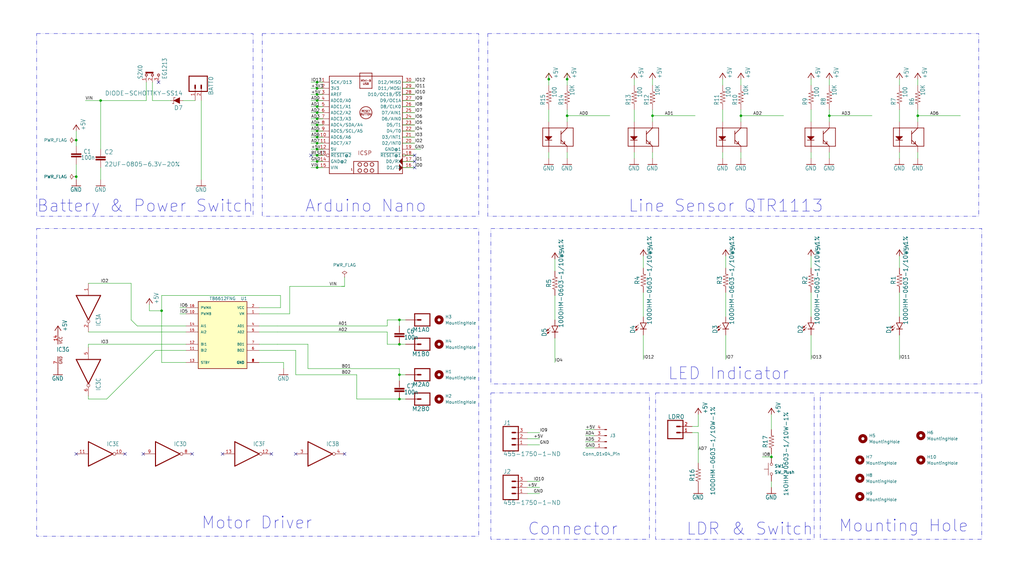
<source format=kicad_sch>
(kicad_sch (version 20230121) (generator eeschema)
  (paper "User" 426.517 239.243)
  (junction (at 132.08 52.07))
  (junction (at 132.08 57.15))
  (junction (at 31.75 58.42))
  (junction (at 132.08 62.23))
  (junction (at 132.08 44.45))
  (junction (at 166.37 143.51))
  (junction (at 31.75 73.66))
  (junction (at 132.08 49.53))
  (junction (at 321.31 190.5))
  (junction (at 308.61 48.26))
  (junction (at 345.44 48.26))
  (junction (at 132.08 34.29))
  (junction (at 132.08 69.85))
  (junction (at 132.08 54.61))
  (junction (at 132.08 59.69))
  (junction (at 41.91 41.91))
  (junction (at 166.37 166.37))
  (junction (at 132.08 39.37))
  (junction (at 132.08 64.77))
  (junction (at 132.08 36.83))
  (junction (at 228.6 33.02))
  (junction (at 166.37 156.21))
  (junction (at 132.08 67.31))
  (junction (at 236.22 33.02))
  (junction (at 271.78 48.26))
  (junction (at 382.27 48.26))
  (junction (at 236.22 48.26))
  (junction (at 67.31 129.54))
  (junction (at 132.08 41.91))
  (junction (at 166.37 133.35))
  (junction (at 132.08 46.99))
  (no_connect (at 172.72 67.31))
  (no_connect (at 52.07 189.23))
  (no_connect (at 80.01 189.23))
  (no_connect (at 129.54 64.77))
  (no_connect (at 59.69 189.23))
  (no_connect (at 92.71 189.23))
  (no_connect (at 172.72 69.85))
  (no_connect (at 66.04 34.29))
  (no_connect (at 31.75 189.23))
  (no_connect (at 123.19 189.23))
  (no_connect (at 143.51 189.23))
  (no_connect (at 172.72 64.77))
  (no_connect (at 113.03 189.23))
  (wire (pts (xy 120.65 119.38) (xy 143.51 119.38)) (stroke (width 0.1524)))
  (wire (pts (xy 132.08 67.31) (xy 134.62 67.31)) (stroke (width 0.1524)))
  (wire (pts (xy 128.27 153.67) (xy 166.37 153.67)) (stroke (width 0.1524)))
  (wire (pts (xy 148.59 156.21) (xy 148.59 166.37)) (stroke (width 0.1524)))
  (wire (pts (xy 167.64 49.53) (xy 172.72 49.53)) (stroke (width 0.1524)))
  (wire (pts (xy 67.31 151.13) (xy 77.47 151.13)))
  (wire (pts (xy 382.27 63.5) (xy 382.27 66.04)) (stroke (width 0.1524)))
  (wire (pts (xy 161.29 133.35) (xy 166.37 133.35)) (stroke (width 0.1524)))
  (wire (pts (xy 107.95 146.05) (xy 115.57 146.05)))
  (wire (pts (xy 374.65 111.76) (xy 374.65 106.68)) (stroke (width 0.1524)))
  (wire (pts (xy 167.64 41.91) (xy 172.72 41.91)) (stroke (width 0.1524)))
  (wire (pts (xy 166.37 166.37) (xy 168.91 166.37)) (stroke (width 0.1524)))
  (wire (pts (xy 290.83 180.34) (xy 288.29 180.34)) (stroke (width 0.1524)))
  (wire (pts (xy 264.16 45.72) (xy 264.16 50.8)) (stroke (width 0.1524)))
  (wire (pts (xy 345.44 63.5) (xy 345.44 66.04)) (stroke (width 0.1524)))
  (wire (pts (xy 67.31 151.13) (xy 67.31 129.54)))
  (wire (pts (xy 31.75 68.58) (xy 31.75 73.66)) (stroke (width 0.1524)))
  (wire (pts (xy 161.29 138.43) (xy 161.29 143.51)) (stroke (width 0.1524)))
  (wire (pts (xy 337.82 33.02) (xy 337.82 35.56)) (stroke (width 0.1524)))
  (wire (pts (xy 271.78 63.5) (xy 271.78 66.04)) (stroke (width 0.1524)))
  (wire (pts (xy 337.82 139.7) (xy 337.82 149.86)) (stroke (width 0.1524)))
  (wire (pts (xy 132.08 64.77) (xy 134.62 64.77)) (stroke (width 0.1524)))
  (wire (pts (xy 132.08 57.15) (xy 134.62 57.15)) (stroke (width 0.1524)))
  (wire (pts (xy 132.08 54.61) (xy 129.54 54.61)) (stroke (width 0.1524)))
  (wire (pts (xy 302.26 121.92) (xy 302.26 132.08)) (stroke (width 0.1524)))
  (wire (pts (xy 64.77 146.05) (xy 44.45 166.37)) (stroke (width 0.1524)))
  (wire (pts (xy 132.08 44.45) (xy 129.54 44.45)) (stroke (width 0.1524)))
  (wire (pts (xy 132.08 46.99) (xy 129.54 46.99)) (stroke (width 0.1524)))
  (wire (pts (xy 36.83 143.51) (xy 77.47 143.51)) (stroke (width 0.1524)))
  (wire (pts (xy 123.19 146.05) (xy 123.19 156.21)) (stroke (width 0.1524)))
  (wire (pts (xy 382.27 48.26) (xy 400.05 48.26)) (stroke (width 0.1524)))
  (wire (pts (xy 166.37 153.67) (xy 166.37 156.21)) (stroke (width 0.1524)))
  (wire (pts (xy 271.78 50.8) (xy 271.78 48.26)) (stroke (width 0.1524)))
  (wire (pts (xy 31.75 73.66) (xy 31.75 74.93)) (stroke (width 0.1524)))
  (wire (pts (xy 167.64 59.69) (xy 172.72 59.69)) (stroke (width 0.1524)))
  (wire (pts (xy 374.65 45.72) (xy 374.65 50.8)) (stroke (width 0.1524)))
  (wire (pts (xy 120.65 119.38) (xy 120.65 130.81)) (stroke (width 0.1524)))
  (wire (pts (xy 236.22 30.48) (xy 236.22 33.02)) (stroke (width 0.1524)))
  (wire (pts (xy 167.64 36.83) (xy 172.72 36.83)) (stroke (width 0.1524)))
  (wire (pts (xy 115.57 146.05) (xy 123.19 146.05)) (stroke (width 0.1524)))
  (wire (pts (xy 264.16 66.04) (xy 264.16 63.5)) (stroke (width 0.1524)))
  (wire (pts (xy 116.84 128.27) (xy 116.84 123.19)))
  (wire (pts (xy 115.57 135.89) (xy 161.29 135.89)) (stroke (width 0.1524)))
  (wire (pts (xy 74.93 128.27) (xy 77.47 128.27)))
  (wire (pts (xy 382.27 45.72) (xy 382.27 48.26)) (stroke (width 0.1524)))
  (wire (pts (xy 63.5 41.91) (xy 63.5 34.29)))
  (wire (pts (xy 219.71 200.66) (xy 224.79 200.66)) (stroke (width 0.1524)))
  (wire (pts (xy 132.08 52.07) (xy 134.62 52.07)) (stroke (width 0.1524)))
  (wire (pts (xy 132.08 44.45) (xy 134.62 44.45)) (stroke (width 0.1524)))
  (wire (pts (xy 267.97 121.92) (xy 267.97 132.08)) (stroke (width 0.1524)))
  (wire (pts (xy 31.75 58.42) (xy 31.75 60.96)) (stroke (width 0.1524)))
  (wire (pts (xy 382.27 33.02) (xy 382.27 35.56)) (stroke (width 0.1524)))
  (wire (pts (xy 128.27 153.67) (xy 128.27 143.51)) (stroke (width 0.1524)))
  (wire (pts (xy 132.08 39.37) (xy 129.54 39.37)) (stroke (width 0.1524)))
  (wire (pts (xy 267.97 111.76) (xy 267.97 106.68)) (stroke (width 0.1524)))
  (wire (pts (xy 167.64 67.31) (xy 172.72 67.31)) (stroke (width 0.1524)))
  (wire (pts (xy 228.6 33.02) (xy 228.6 35.56)) (stroke (width 0.1524)))
  (wire (pts (xy 36.83 143.51) (xy 36.83 144.78)) (stroke (width 0.1524)))
  (wire (pts (xy 167.64 39.37) (xy 172.72 39.37)) (stroke (width 0.1524)))
  (wire (pts (xy 231.14 113.03) (xy 231.14 107.95)) (stroke (width 0.1524)))
  (wire (pts (xy 236.22 50.8) (xy 236.22 48.26)) (stroke (width 0.1524)))
  (wire (pts (xy 64.77 146.05) (xy 77.47 146.05)))
  (wire (pts (xy 337.82 66.04) (xy 337.82 63.5)) (stroke (width 0.1524)))
  (wire (pts (xy 36.83 165.1) (xy 36.83 166.37)))
  (wire (pts (xy 374.65 33.02) (xy 374.65 35.56)) (stroke (width 0.1524)))
  (wire (pts (xy 219.71 203.2) (xy 224.79 203.2)) (stroke (width 0.1524)))
  (wire (pts (xy 302.26 139.7) (xy 302.26 149.86)) (stroke (width 0.1524)))
  (wire (pts (xy 41.91 69.85) (xy 41.91 74.93)) (stroke (width 0.1524)))
  (wire (pts (xy 321.31 200.66) (xy 321.31 203.2)))
  (wire (pts (xy 132.08 52.07) (xy 129.54 52.07)) (stroke (width 0.1524)))
  (wire (pts (xy 132.08 59.69) (xy 134.62 59.69)) (stroke (width 0.1524)))
  (wire (pts (xy 132.08 49.53) (xy 129.54 49.53)) (stroke (width 0.1524)))
  (wire (pts (xy 167.64 34.29) (xy 172.72 34.29)) (stroke (width 0.1524)))
  (wire (pts (xy 132.08 69.85) (xy 134.62 69.85)) (stroke (width 0.1524)))
  (wire (pts (xy 317.5 190.5) (xy 321.31 190.5)))
  (wire (pts (xy 228.6 66.04) (xy 228.6 63.5)) (stroke (width 0.1524)))
  (wire (pts (xy 264.16 33.02) (xy 264.16 35.56)) (stroke (width 0.1524)))
  (wire (pts (xy 166.37 158.75) (xy 166.37 156.21)) (stroke (width 0.1524)))
  (wire (pts (xy 243.84 184.15) (xy 247.65 184.15)))
  (wire (pts (xy 76.2 41.91) (xy 81.28 41.91)) (stroke (width 0.1524)))
  (wire (pts (xy 321.31 189.23) (xy 321.31 190.5)))
  (wire (pts (xy 167.64 57.15) (xy 172.72 57.15)) (stroke (width 0.1524)))
  (wire (pts (xy 271.78 48.26) (xy 289.56 48.26)) (stroke (width 0.1524)))
  (wire (pts (xy 60.96 34.29) (xy 60.96 41.91)) (stroke (width 0.1524)))
  (wire (pts (xy 115.57 138.43) (xy 161.29 138.43)) (stroke (width 0.1524)))
  (wire (pts (xy 374.65 121.92) (xy 374.65 132.08)) (stroke (width 0.1524)))
  (wire (pts (xy 107.95 130.81) (xy 120.65 130.81)) (stroke (width 0.1524)))
  (wire (pts (xy 83.82 41.91) (xy 83.82 74.93)) (stroke (width 0.1524)))
  (wire (pts (xy 67.31 123.19) (xy 67.31 129.54)))
  (wire (pts (xy 236.22 63.5) (xy 236.22 66.04)) (stroke (width 0.1524)))
  (wire (pts (xy 132.08 39.37) (xy 134.62 39.37)) (stroke (width 0.1524)))
  (wire (pts (xy 35.56 41.91) (xy 41.91 41.91)) (stroke (width 0.1524)))
  (wire (pts (xy 290.83 193.04) (xy 290.83 180.34)) (stroke (width 0.1524)))
  (wire (pts (xy 345.44 48.26) (xy 363.22 48.26)) (stroke (width 0.1524)))
  (wire (pts (xy 308.61 50.8) (xy 308.61 48.26)) (stroke (width 0.1524)))
  (wire (pts (xy 132.08 64.77) (xy 129.54 64.77)) (stroke (width 0.1524)))
  (wire (pts (xy 41.91 62.23) (xy 41.91 41.91)) (stroke (width 0.1524)))
  (wire (pts (xy 167.64 46.99) (xy 172.72 46.99)) (stroke (width 0.1524)))
  (wire (pts (xy 166.37 143.51) (xy 168.91 143.51)) (stroke (width 0.1524)))
  (wire (pts (xy 166.37 133.35) (xy 168.91 133.35)) (stroke (width 0.1524)))
  (wire (pts (xy 228.6 45.72) (xy 228.6 50.8)) (stroke (width 0.1524)))
  (wire (pts (xy 271.78 45.72) (xy 271.78 48.26)) (stroke (width 0.1524)))
  (wire (pts (xy 228.6 30.48) (xy 228.6 33.02)) (stroke (width 0.1524)))
  (wire (pts (xy 36.83 138.43) (xy 77.47 138.43)) (stroke (width 0.1524)))
  (wire (pts (xy 219.71 182.88) (xy 224.79 182.88)) (stroke (width 0.1524)))
  (wire (pts (xy 167.64 44.45) (xy 172.72 44.45)) (stroke (width 0.1524)))
  (wire (pts (xy 62.23 129.54) (xy 62.23 127)) (stroke (width 0.1524)))
  (wire (pts (xy 132.08 34.29) (xy 134.62 34.29)) (stroke (width 0.1524)))
  (wire (pts (xy 308.61 48.26) (xy 326.39 48.26)) (stroke (width 0.1524)))
  (wire (pts (xy 382.27 50.8) (xy 382.27 48.26)) (stroke (width 0.1524)))
  (wire (pts (xy 243.84 179.07) (xy 247.65 179.07)))
  (wire (pts (xy 132.08 62.23) (xy 129.54 62.23)) (stroke (width 0.1524)))
  (wire (pts (xy 107.95 138.43) (xy 115.57 138.43)))
  (wire (pts (xy 337.82 111.76) (xy 337.82 106.68)) (stroke (width 0.1524)))
  (wire (pts (xy 132.08 62.23) (xy 134.62 62.23)) (stroke (width 0.1524)))
  (wire (pts (xy 132.08 57.15) (xy 129.54 57.15)) (stroke (width 0.1524)))
  (wire (pts (xy 300.99 66.04) (xy 300.99 63.5)) (stroke (width 0.1524)))
  (wire (pts (xy 132.08 67.31) (xy 129.54 67.31)) (stroke (width 0.1524)))
  (wire (pts (xy 107.95 135.89) (xy 115.57 135.89)))
  (wire (pts (xy 300.99 45.72) (xy 300.99 50.8)) (stroke (width 0.1524)))
  (wire (pts (xy 172.72 62.23) (xy 175.26 62.23)) (stroke (width 0.1524)))
  (wire (pts (xy 167.64 52.07) (xy 172.72 52.07)) (stroke (width 0.1524)))
  (wire (pts (xy 288.29 177.8) (xy 290.83 177.8)) (stroke (width 0.1524)))
  (wire (pts (xy 107.95 128.27) (xy 116.84 128.27)))
  (wire (pts (xy 132.08 54.61) (xy 134.62 54.61)) (stroke (width 0.1524)))
  (wire (pts (xy 132.08 41.91) (xy 129.54 41.91)) (stroke (width 0.1524)))
  (wire (pts (xy 132.08 59.69) (xy 129.54 59.69)) (stroke (width 0.1524)))
  (wire (pts (xy 219.71 180.34) (xy 224.79 180.34)) (stroke (width 0.1524)))
  (wire (pts (xy 219.71 185.42) (xy 224.79 185.42)) (stroke (width 0.1524)))
  (wire (pts (xy 132.08 69.85) (xy 129.54 69.85)) (stroke (width 0.1524)))
  (wire (pts (xy 148.59 166.37) (xy 166.37 166.37)) (stroke (width 0.1524)))
  (wire (pts (xy 116.84 123.19) (xy 67.31 123.19)))
  (wire (pts (xy 302.26 111.76) (xy 302.26 106.68)) (stroke (width 0.1524)))
  (wire (pts (xy 67.31 129.54) (xy 62.23 129.54)))
  (wire (pts (xy 167.64 54.61) (xy 172.72 54.61)) (stroke (width 0.1524)))
  (wire (pts (xy 41.91 41.91) (xy 60.96 41.91)) (stroke (width 0.1524)))
  (wire (pts (xy 118.11 151.13) (xy 118.11 153.67)) (stroke (width 0.1524)))
  (wire (pts (xy 57.15 135.89) (xy 77.47 135.89)))
  (wire (pts (xy 374.65 139.7) (xy 374.65 149.86)) (stroke (width 0.1524)))
  (wire (pts (xy 300.99 33.02) (xy 300.99 35.56)) (stroke (width 0.1524)))
  (wire (pts (xy 143.51 119.38) (xy 142.24 119.38)))
  (wire (pts (xy 71.12 41.91) (xy 63.5 41.91)))
  (wire (pts (xy 243.84 181.61) (xy 247.65 181.61)))
  (wire (pts (xy 231.14 140.97) (xy 231.14 151.13)) (stroke (width 0.1524)))
  (wire (pts (xy 107.95 143.51) (xy 115.57 143.51)))
  (wire (pts (xy 132.08 41.91) (xy 134.62 41.91)) (stroke (width 0.1524)))
  (wire (pts (xy 132.08 36.83) (xy 134.62 36.83)) (stroke (width 0.1524)))
  (wire (pts (xy 308.61 45.72) (xy 308.61 48.26)) (stroke (width 0.1524)))
  (wire (pts (xy 345.44 33.02) (xy 345.44 35.56)) (stroke (width 0.1524)))
  (wire (pts (xy 132.08 34.29) (xy 129.54 34.29)) (stroke (width 0.1524)))
  (wire (pts (xy 161.29 135.89) (xy 161.29 133.35)) (stroke (width 0.1524)))
  (wire (pts (xy 219.71 205.74) (xy 224.79 205.74)) (stroke (width 0.1524)))
  (wire (pts (xy 123.19 156.21) (xy 148.59 156.21)) (stroke (width 0.1524)))
  (wire (pts (xy 36.83 166.37) (xy 44.45 166.37)))
  (wire (pts (xy 337.82 121.92) (xy 337.82 132.08)) (stroke (width 0.1524)))
  (wire (pts (xy 236.22 48.26) (xy 254 48.26)) (stroke (width 0.1524)))
  (wire (pts (xy 107.95 151.13) (xy 118.11 151.13)) (stroke (width 0.1524)))
  (wire (pts (xy 236.22 45.72) (xy 236.22 48.26)) (stroke (width 0.1524)))
  (wire (pts (xy 271.78 33.02) (xy 271.78 35.56)) (stroke (width 0.1524)))
  (wire (pts (xy 321.31 172.72) (xy 321.31 179.07)))
  (wire (pts (xy 54.61 118.11) (xy 36.83 118.11)) (stroke (width 0.1524)))
  (wire (pts (xy 345.44 50.8) (xy 345.44 48.26)) (stroke (width 0.1524)))
  (wire (pts (xy 132.08 49.53) (xy 134.62 49.53)) (stroke (width 0.1524)))
  (wire (pts (xy 267.97 139.7) (xy 267.97 149.86)) (stroke (width 0.1524)))
  (wire (pts (xy 161.29 143.51) (xy 166.37 143.51)) (stroke (width 0.1524)))
  (wire (pts (xy 236.22 33.02) (xy 236.22 35.56)) (stroke (width 0.1524)))
  (wire (pts (xy 166.37 135.89) (xy 166.37 133.35)) (stroke (width 0.1524)))
  (wire (pts (xy 115.57 143.51) (xy 128.27 143.51)) (stroke (width 0.1524)))
  (wire (pts (xy 308.61 33.02) (xy 308.61 35.56)) (stroke (width 0.1524)))
  (wire (pts (xy 167.64 64.77) (xy 172.72 64.77)) (stroke (width 0.1524)))
  (wire (pts (xy 337.82 45.72) (xy 337.82 50.8)) (stroke (width 0.1524)))
  (wire (pts (xy 31.75 54.61) (xy 31.75 58.42)) (stroke (width 0.1524)))
  (wire (pts (xy 231.14 123.19) (xy 231.14 133.35)) (stroke (width 0.1524)))
  (wire (pts (xy 308.61 63.5) (xy 308.61 66.04)) (stroke (width 0.1524)))
  (wire (pts (xy 143.51 115.57) (xy 143.51 119.38)))
  (wire (pts (xy 345.44 45.72) (xy 345.44 48.26)) (stroke (width 0.1524)))
  (wire (pts (xy 166.37 156.21) (xy 168.91 156.21)) (stroke (width 0.1524)))
  (wire (pts (xy 57.15 135.89) (xy 54.61 133.35)) (stroke (width 0.1524)))
  (wire (pts (xy 132.08 36.83) (xy 129.54 36.83)) (stroke (width 0.1524)))
  (wire (pts (xy 374.65 66.04) (xy 374.65 63.5)) (stroke (width 0.1524)))
  (wire (pts (xy 54.61 133.35) (xy 54.61 118.11)) (stroke (width 0.1524)))
  (wire (pts (xy 74.93 130.81) (xy 77.47 130.81)))
  (wire (pts (xy 243.84 186.69) (xy 247.65 186.69)))
  (wire (pts (xy 132.08 46.99) (xy 134.62 46.99)) (stroke (width 0.1524)))
  (wire (pts (xy 167.64 69.85) (xy 172.72 69.85)) (stroke (width 0.1524)))
  (wire (pts (xy 290.83 177.8) (xy 290.83 172.72)) (stroke (width 0.1524)))
  (rectangle (start 203.2 13.97) (end 407.67 90.17) (stroke (width 0) (type dash_dot_dot)))
  (rectangle (start 273.05 163.83) (end 339.09 224.79) (stroke (width 0) (type dash_dot_dot)))
  (rectangle (start 204.47 95.25) (end 408.94 160.02) (stroke (width 0) (type dash_dot_dot)))
  (rectangle (start 109.22 13.97) (end 199.39 90.17) (stroke (width 0) (type dash_dot_dot)))
  (rectangle (start 204.47 163.83) (end 270.51 224.79) (stroke (width 0) (type dash_dot_dot)))
  (rectangle (start 341.63 163.83) (end 408.94 224.79) (stroke (width 0) (type dash_dot_dot)))
  (rectangle (start 15.24 13.97) (end 105.41 90.17) (stroke (width 0) (type dash_dot_dot)))
  (rectangle (start 15.24 95.25) (end 199.39 223.52) (stroke (width 0) (type dash_dot_dot)))
  (text "Arduino Nano" (at 127 88.9 0) (effects (font (size 5 5)) (justify left bottom)))
  (text "Motor Driver" (at 83.82 220.98 0) (effects (font (size 5 5)) (justify left bottom)))
  (text "LDR	& Switch\n" (at 285.75 223.52 0) (effects (font (size 5 5)) (justify left bottom)))
  (text "LED Indicator" (at 278.13 158.75 0) (effects (font (size 5 5)) (justify left bottom)))
  (text "Line Sensor QTR1113" (at 261.62 88.9 0) (effects (font (size 5 5)) (justify left bottom)))
  (text "Mounting Hole" (at 349.25 222.25 0) (effects (font (size 5 5)) (justify left bottom)))
  (text "Connector" (at 219.71 223.52 0) (effects (font (size 5 5)) (justify left bottom)))
  (text "Battery & Power Switch" (at 15.24 88.9 0) (effects (font (size 5 5)) (justify left bottom)))
  (label "AD5" (at 129.54 54.61 0) (effects (font (size 1.2446 1.2446))))
  (label "IO12" (at 172.72 34.29 0) (effects (font (size 1.2446 1.2446))))
  (label "AD1" (at 276.86 48.26 0) (effects (font (size 1.2446 1.2446))))
  (label "AD3" (at 129.54 49.53 0) (effects (font (size 1.2446 1.2446))))
  (label "IO6" (at 172.72 49.53 0) (effects (font (size 1.2446 1.2446))))
  (label "IO0" (at 172.72 69.85 0) (effects (font (size 1.2446 1.2446))))
  (label "IO9" (at 172.72 41.91 0) (effects (font (size 1.2446 1.2446))))
  (label "RESET" (at 129.54 64.77 0) (effects (font (size 1.2446 1.2446))))
  (label "AD4" (at 129.54 52.07 0) (effects (font (size 1.2446 1.2446))))
  (label "AD0" (at 241.3 48.26 0) (effects (font (size 1.2446 1.2446))))
  (label "AD7" (at 290.83 187.96 0) (effects (font (size 1.2446 1.2446))))
  (label "AD6" (at 387.35 48.26 0) (effects (font (size 1.2446 1.2446))))
  (label "IO12" (at 267.97 149.86 0) (effects (font (size 1.2446 1.2446))))
  (label "IO7" (at 302.26 149.86 0) (effects (font (size 1.2446 1.2446))))
  (label "IO13" (at 337.82 149.86 0) (effects (font (size 1.2446 1.2446))))
  (label "GND" (at 172.72 62.23 0) (effects (font (size 1.2446 1.2446))))
  (label "AD4" (at 243.84 181.61 0))
  (label "+5V" (at 219.71 203.2 0) (effects (font (size 1.2446 1.2446))))
  (label "AD1" (at 129.54 44.45 0) (effects (font (size 1.2446 1.2446))))
  (label "AD2" (at 313.69 48.26 0) (effects (font (size 1.2446 1.2446))))
  (label "IO13" (at 129.54 34.29 0) (effects (font (size 1.2446 1.2446))))
  (label "GND" (at 222.25 205.74 0) (effects (font (size 1.2446 1.2446))))
  (label "IO4" (at 172.72 54.61 0) (effects (font (size 1.2446 1.2446))))
  (label "+5V" (at 129.54 62.23 0) (effects (font (size 1.2446 1.2446))))
  (label "VIN" (at 129.54 69.85 0) (effects (font (size 1.2446 1.2446))))
  (label "VIN" (at 35.56 41.91 0) (effects (font (size 1.2446 1.2446))))
  (label "IO4" (at 231.14 151.13 0) (effects (font (size 1.2446 1.2446))))
  (label "GND" (at 224.79 185.42 0) (effects (font (size 1.2446 1.2446))))
  (label "IO6" (at 74.93 128.27 0))
  (label "IO8" (at 172.72 44.45 0) (effects (font (size 1.2446 1.2446))))
  (label "IO3" (at 41.91 143.51 0) (effects (font (size 1.2446 1.2446))))
  (label "AD7" (at 129.54 59.69 0) (effects (font (size 1.2446 1.2446))))
  (label "B01" (at 142.24 153.67 0))
  (label "IO1" (at 172.72 67.31 0) (effects (font (size 1.2446 1.2446))))
  (label "IO5" (at 74.93 130.81 0))
  (label "IO2" (at 172.72 59.69 0) (effects (font (size 1.2446 1.2446))))
  (label "VIN" (at 137.16 119.38 0) (effects (font (size 1.2446 1.2446))))
  (label "IO5" (at 172.72 52.07 0) (effects (font (size 1.2446 1.2446))))
  (label "+5V" (at 129.54 39.37 0) (effects (font (size 1.2446 1.2446))))
  (label "AD2" (at 129.54 46.99 0) (effects (font (size 1.2446 1.2446))))
  (label "GND" (at 243.84 186.69 0))
  (label "IO10" (at 222.25 200.66 0) (effects (font (size 1.2446 1.2446))))
  (label "IO3" (at 172.72 57.15 0) (effects (font (size 1.2446 1.2446))))
  (label "IO2" (at 41.91 118.11 0) (effects (font (size 1.2446 1.2446))))
  (label "A01" (at 140.97 135.89 0))
  (label "IO10" (at 172.72 39.37 0) (effects (font (size 1.2446 1.2446))))
  (label "IO7" (at 172.72 46.99 0) (effects (font (size 1.2446 1.2446))))
  (label "B02" (at 142.24 156.21 0))
  (label "IO11" (at 374.65 149.86 0) (effects (font (size 1.2446 1.2446))))
  (label "GND" (at 129.54 67.31 0) (effects (font (size 1.2446 1.2446))))
  (label "AD3" (at 350.52 48.26 0) (effects (font (size 1.2446 1.2446))))
  (label "+3V3" (at 129.54 36.83 0) (effects (font (size 1.2446 1.2446))))
  (label "AD5" (at 243.84 184.15 0))
  (label "AD0" (at 129.54 41.91 0) (effects (font (size 1.2446 1.2446))))
  (label "IO9" (at 224.79 180.34 0) (effects (font (size 1.2446 1.2446))))
  (label "IO8" (at 317.5 190.5 0))
  (label "AD6" (at 129.54 57.15 0) (effects (font (size 1.2446 1.2446))))
  (label "IO11" (at 172.72 36.83 0) (effects (font (size 1.2446 1.2446))))
  (label "A02" (at 140.97 138.43 0))
  (label "+5V" (at 222.25 182.88 0) (effects (font (size 1.2446 1.2446))))
  (label "+5V" (at 243.84 179.07 0))
  (symbol (lib_id "lekirbot-eagle-import:LED-FKIT-1206") (at 337.82 134.62 0) (unit 1)
    (property "Reference" "D2" (at 334.391 139.192 90) (effects (font (size 1.778 1.778)) (justify left bottom)))
    (property "Value" "LED-FKIT-1206" (effects hide))
    (property "Footprint" "lekirbot:FKIT-LED-1206" (effects hide))
  )
  (symbol (lib_id "lekirbot-eagle-import:C-EU0603-RND") (at 31.75 66.04 0) (mirror x) (unit 1)
    (property "Reference" "C1" (at 37.973 64.135 0) (effects (font (size 1.778 1.5113)) (justify right top)))
    (property "Value" "100n" (at 39.624 66.675 0) (effects (font (size 1.778 1.5113)) (justify right top)))
    (property "Footprint" "lekirbot:C0603-ROUND" (effects hide))
  )
  (symbol (lib_id "lekirbot-eagle-import:CONN_03") (at 212.09 182.88 0) (unit 1)
    (property "Reference" "J1" (at 209.55 177.292 0) (effects (font (size 1.778 1.778)) (justify left bottom)))
    (property "Value" "455-1750-1-ND" (at 209.55 190.246 0) (effects (font (size 1.778 1.778)) (justify left bottom)))
    (property "Footprint" "lekirbot:1X03" (effects hide))
  )
  (symbol (lib_id "power:PWR_FLAG") (at 143.51 115.57 0) (unit 1)
    (property "Reference" "#FLG03" (effects hide))
    (property "Value" "PWR_FLAG" (at 143.51 110.49 0))
  )
  (symbol (lib_id "lekirbot-eagle-import:ARDUINO_NANO") (at 152.4 46.99 180) (unit 1)
    (property "Reference" "ARDUINO_NANO1" (effects hide))
    (property "Value" "ARDUINO_NANO" (effects hide))
    (property "Footprint" "lekirbot:ARDUINO_NANO" (effects hide))
  )
  (symbol (lib_id "lekirbot-eagle-import:CONN_01") (at 176.53 166.37 180) (unit 1)
    (property "Reference" "M2B0" (at 179.07 169.418 0) (effects (font (size 1.778 1.778)) (justify left bottom)))
    (property "Value" "CONN_01" (effects hide))
    (property "Footprint" "lekirbot:1X01" (effects hide))
  )
  (symbol (lib_id "lekirbot-eagle-import:QRE11131{colon}1") (at 342.9 55.88 0) (mirror y) (unit 1)
    (property "Reference" "U7" (effects hide))
    (property "Value" "QRE11131{colon}1" (effects hide))
    (property "Footprint" "lekirbot:QRE1113-1_1" (effects hide))
  )
  (symbol (lib_id "lekirbot-eagle-import:QRE11131{colon}1") (at 269.24 55.88 0) (mirror y) (unit 1)
    (property "Reference" "U5" (effects hide))
    (property "Value" "QRE11131{colon}1" (effects hide))
    (property "Footprint" "lekirbot:QRE1113-1_1" (effects hide))
  )
  (symbol (lib_id "Mechanical:MountingHole") (at 182.88 143.51 0) (unit 1)
    (property "Reference" "H4" (at 185.42 142.24 0) (effects (justify left)))
    (property "Value" "MountingHole" (at 185.42 144.78 0) (effects (justify left)))
    (property "Footprint" "MountingHole:MountingHole_3.2mm_M3" (effects hide))
  )
  (symbol (lib_id "lekirbot-eagle-import:100OHM-0603-1/10W-1%") (at 337.82 116.84 90) (unit 1)
    (property "Reference" "R2" (at 336.296 116.84 0) (effects (font (size 1.778 1.778)) (justify bottom)))
    (property "Value" "100OHM-0603-1/10W-1%" (at 339.344 116.84 0) (effects (font (size 1.778 1.778)) (justify top)))
    (property "Footprint" "lekirbot:0603" (effects hide))
  )
  (symbol (lib_id "lekirbot-eagle-import:RESISTOR0603-RES") (at 264.16 40.64 90) (unit 1)
    (property "Reference" "R13" (at 262.636 43.942 0) (effects (font (size 1.778 1.5113)) (justify left bottom)))
    (property "Value" "100" (at 267.462 40.64 0) (effects (font (size 1.778 1.5113)) (justify left bottom)))
    (property "Footprint" "lekirbot:0603-RES" (effects hide))
  )
  (symbol (lib_id "Mechanical:MountingHole") (at 383.54 181.61 0) (unit 1)
    (property "Reference" "H6" (at 386.08 180.34 0) (effects (justify left)))
    (property "Value" "MountingHole" (at 386.08 182.88 0) (effects (justify left)))
    (property "Footprint" "MountingHole:MountingHole_3.2mm_M3" (effects hide))
  )
  (symbol (lib_id "lekirbot-eagle-import:RESISTOR0603-RES") (at 374.65 40.64 90) (unit 1)
    (property "Reference" "R7" (at 373.126 43.942 0) (effects (font (size 1.778 1.5113)) (justify left bottom)))
    (property "Value" "100" (at 377.952 40.64 0) (effects (font (size 1.778 1.5113)) (justify left bottom)))
    (property "Footprint" "lekirbot:0603-RES" (effects hide))
  )
  (symbol (lib_id "lekirbot-eagle-import:+5V") (at 337.82 30.48 0) (unit 1)
    (property "Reference" "#P+010" (effects hide))
    (property "Value" "+5V" (at 339.725 27.94 90) (effects (font (size 1.778 1.5113)) (justify right top)))
  )
  (symbol (lib_id "lekirbot-eagle-import:SparkFun_GND") (at 271.78 68.58 0) (unit 1)
    (property "Reference" "#GND05" (effects hide))
    (property "Value" "GND" (at 269.24 71.12 0) (effects (font (size 1.778 1.5113)) (justify left bottom)))
  )
  (symbol (lib_id "lekirbot-eagle-import:SparkFun_GND") (at 382.27 68.58 0) (unit 1)
    (property "Reference" "#GND011" (effects hide))
    (property "Value" "GND" (at 379.73 71.12 0) (effects (font (size 1.778 1.5113)) (justify left bottom)))
  )
  (symbol (lib_id "lekirbot-eagle-import:+5V") (at 308.61 30.48 0) (unit 1)
    (property "Reference" "#P+05" (effects hide))
    (property "Value" "+5V" (at 310.515 27.94 90) (effects (font (size 1.778 1.5113)) (justify right top)))
  )
  (symbol (lib_id "lekirbot-eagle-import:RESISTOR0603-RES") (at 300.99 40.64 90) (unit 1)
    (property "Reference" "R11" (at 299.466 43.942 0) (effects (font (size 1.778 1.5113)) (justify left bottom)))
    (property "Value" "100" (at 304.292 40.64 0) (effects (font (size 1.778 1.5113)) (justify left bottom)))
    (property "Footprint" "lekirbot:0603-RES" (effects hide))
  )
  (symbol (lib_id "lekirbot-eagle-import:EG1213") (at 63.5 31.75 90) (unit 1)
    (property "Reference" "S2X0" (at 59.3725 33.02 0) (effects (font (size 1.778 1.5113)) (justify left bottom)))
    (property "Value" "EG1213" (at 69.5325 33.02 0) (effects (font (size 1.778 1.5113)) (justify left bottom)))
    (property "Footprint" "lekirbot:EG1213" (effects hide))
  )
  (symbol (lib_id "lekirbot-eagle-import:RESISTOR0603-RES") (at 382.27 40.64 270) (unit 1)
    (property "Reference" "R6" (at 380.746 43.942 0) (effects (font (size 1.778 1.5113)) (justify right top)))
    (property "Value" "10K" (at 385.318 39.878 0) (effects (font (size 1.778 1.5113)) (justify right top)))
    (property "Footprint" "lekirbot:0603-RES" (effects hide))
  )
  (symbol (lib_id "lekirbot-eagle-import:RESISTOR0603-RES") (at 308.61 40.64 270) (unit 1)
    (property "Reference" "R10" (at 307.086 43.942 0) (effects (font (size 1.778 1.5113)) (justify right top)))
    (property "Value" "10K" (at 311.658 39.878 0) (effects (font (size 1.778 1.5113)) (justify right top)))
    (property "Footprint" "lekirbot:0603-RES" (effects hide))
  )
  (symbol (lib_id "lekirbot-eagle-import:+5V") (at 31.75 52.07 0) (unit 1)
    (property "Reference" "#P+09" (effects hide))
    (property "Value" "+5V" (at 33.655 49.53 90) (effects (font (size 1.778 1.5113)) (justify right top)))
  )
  (symbol (lib_id "ROB-14450:ROB-14450") (at 92.71 140.97 0) (unit 1)
    (property "Reference" "U1" (at 101.6 124.46 0))
    (property "Value" "TB6612FNG" (at 92.71 124.46 0))
    (property "Footprint" "ROB-14450:MODULE_ROB-14450" (effects hide))
    (property "MF" "SparkFun Electronics" (effects hide))
    (property "Description" "\nTB6612FNG Motor Controller/Driver Power Management Evaluation Board\n" (effects hide))
    (property "Package" "None" (effects hide))
    (property "Price" "None" (effects hide))
    (property "Check_prices" "https://www.snapeda.com/parts/ROB-14450/SparkFun+Electronics/view-part/?ref=eda" (effects hide))
    (property "STANDARD" "Manufacturer Recommendation" (effects hide))
    (property "PARTREV" "11-13-17" (effects hide))
    (property "SnapEDA_Link" "https://www.snapeda.com/parts/ROB-14450/SparkFun+Electronics/view-part/?ref=snap" (effects hide))
    (property "MP" "ROB-14450" (effects hide))
    (property "Purchase-URL" "https://www.snapeda.com/api/url_track_click_mouser/?unipart_id=2656367&manufacturer=SparkFun Electronics&part_name=ROB-14450&search_term=None" (effects hide))
    (property "Availability" "In Stock" (effects hide))
    (property "MANUFACTURER" "Sparkfun Electronics" (effects hide))
  )
  (symbol (lib_id "lekirbot-eagle-import:LED-FKIT-1206") (at 231.14 135.89 0) (unit 1)
    (property "Reference" "D5" (at 227.711 140.462 90) (effects (font (size 1.778 1.778)) (justify left bottom)))
    (property "Value" "LED-FKIT-1206" (effects hide))
    (property "Footprint" "lekirbot:FKIT-LED-1206" (effects hide))
  )
  (symbol (lib_id "lekirbot-eagle-import:+5V") (at 337.82 104.14 0) (unit 1)
    (property "Reference" "#P+016" (effects hide))
    (property "Value" "+5V" (at 339.725 101.6 90) (effects (font (size 1.778 1.5113)) (justify right top)))
  )
  (symbol (lib_id "Mechanical:MountingHole") (at 383.54 191.77 0) (unit 1)
    (property "Reference" "H10" (at 386.08 190.5 0) (effects (justify left)))
    (property "Value" "MountingHole" (at 386.08 193.04 0) (effects (justify left)))
    (property "Footprint" "MountingHole:MountingHole_3.2mm_M3" (effects hide))
  )
  (symbol (lib_id "lekirbot-eagle-import:CONN_02") (at 81.28 34.29 270) (unit 1)
    (property "Reference" "BATT0" (at 86.868 31.75 0) (effects (font (size 1.778 1.778)) (justify left bottom)))
    (property "Value" "CONN_02" (effects hide))
    (property "Footprint" "lekirbot:1X02" (effects hide))
  )
  (symbol (lib_id "lekirbot-eagle-import:SparkFun_GND") (at 300.99 68.58 0) (unit 1)
    (property "Reference" "#GND06" (effects hide))
    (property "Value" "GND" (at 298.45 71.12 0) (effects (font (size 1.778 1.5113)) (justify left bottom)))
  )
  (symbol (lib_id "lekirbot-eagle-import:+5V") (at 62.23 124.46 0) (unit 1)
    (property "Reference" "#P+06" (effects hide))
    (property "Value" "+5V" (at 64.135 121.92 90) (effects (font (size 1.778 1.5113)) (justify right top)))
  )
  (symbol (lib_id "lekirbot-eagle-import:+5V") (at 345.44 30.48 0) (unit 1)
    (property "Reference" "#P+08" (effects hide))
    (property "Value" "+5V" (at 347.345 27.94 90) (effects (font (size 1.778 1.5113)) (justify right top)))
  )
  (symbol (lib_id "lekirbot-eagle-import:+5V") (at 236.22 30.48 0) (unit 1)
    (property "Reference" "#P+01" (effects hide))
    (property "Value" "+5V" (at 238.125 27.94 90) (effects (font (size 1.778 1.5113)) (justify right top)))
  )
  (symbol (lib_id "lekirbot-eagle-import:22UF-0805-6.3V-20%") (at 41.91 67.31 0) (unit 1)
    (property "Reference" "C2" (at 43.434 64.389 0) (effects (font (size 1.778 1.778)) (justify left bottom)))
    (property "Value" "22UF-0805-6.3V-20%" (at 43.434 69.469 0) (effects (font (size 1.778 1.778)) (justify left bottom)))
    (property "Footprint" "lekirbot:0805" (effects hide))
  )
  (symbol (lib_id "lekirbot-eagle-import:LED-FKIT-1206") (at 374.65 134.62 0) (unit 1)
    (property "Reference" "D1" (at 371.221 139.192 90) (effects (font (size 1.778 1.778)) (justify left bottom)))
    (property "Value" "LED-FKIT-1206" (effects hide))
    (property "Footprint" "lekirbot:FKIT-LED-1206" (effects hide))
  )
  (symbol (lib_id "lekirbot-eagle-import:CONN_01") (at 176.53 156.21 180) (unit 1)
    (property "Reference" "M2A0" (at 179.07 159.258 0) (effects (font (size 1.778 1.778)) (justify left bottom)))
    (property "Value" "CONN_01" (effects hide))
    (property "Footprint" "lekirbot:1X01" (effects hide))
  )
  (symbol (lib_id "lekirbot-eagle-import:CONN_03") (at 212.09 203.2 0) (unit 1)
    (property "Reference" "J2" (at 209.55 197.612 0) (effects (font (size 1.778 1.778)) (justify left bottom)))
    (property "Value" "455-1750-1-ND" (at 209.55 210.566 0) (effects (font (size 1.778 1.778)) (justify left bottom)))
    (property "Footprint" "lekirbot:1X03" (effects hide))
  )
  (symbol (lib_id "lekirbot-eagle-import:LED-FKIT-1206") (at 302.26 134.62 0) (unit 1)
    (property "Reference" "D3" (at 298.831 139.192 90) (effects (font (size 1.778 1.778)) (justify left bottom)))
    (property "Value" "LED-FKIT-1206" (effects hide))
    (property "Footprint" "lekirbot:FKIT-LED-1206" (effects hide))
  )
  (symbol (lib_id "lekirbot-eagle-import:7404D") (at 41.91 189.23 0) (unit 5)
    (property "Reference" "IC3" (at 44.45 186.055 0) (effects (font (size 1.778 1.5113)) (justify left bottom)))
    (property "Value" "7404D" (effects hide))
    (property "Footprint" "lekirbot:SO14" (effects hide))
    (property "SPICEPREFIX" "I" (effects hide))
  )
  (symbol (lib_id "lekirbot-eagle-import:+5V") (at 302.26 104.14 0) (unit 1)
    (property "Reference" "#P+017" (effects hide))
    (property "Value" "+5V" (at 304.165 101.6 90) (effects (font (size 1.778 1.5113)) (justify right top)))
  )
  (symbol (lib_id "lekirbot-eagle-import:GND") (at 290.83 205.74 0) (unit 1)
    (property "Reference" "#GND013" (effects hide))
    (property "Value" "GND" (at 288.29 208.28 0) (effects (font (size 1.778 1.5113)) (justify left bottom)))
  )
  (symbol (lib_id "lekirbot-eagle-import:SparkFun_GND") (at 41.91 77.47 0) (unit 1)
    (property "Reference" "#GND014" (effects hide))
    (property "Value" "GND" (at 39.37 80.01 0) (effects (font (size 1.778 1.5113)) (justify left bottom)))
  )
  (symbol (lib_id "lekirbot-eagle-import:100OHM-0603-1/10W-1%") (at 374.65 116.84 90) (unit 1)
    (property "Reference" "R1" (at 373.126 116.84 0) (effects (font (size 1.778 1.778)) (justify bottom)))
    (property "Value" "100OHM-0603-1/10W-1%" (at 376.174 116.84 0) (effects (font (size 1.778 1.778)) (justify top)))
    (property "Footprint" "lekirbot:0603" (effects hide))
  )
  (symbol (lib_id "lekirbot-eagle-import:+5V") (at 231.14 105.41 0) (unit 1)
    (property "Reference" "#P+015" (effects hide))
    (property "Value" "+5V" (at 233.045 102.87 90) (effects (font (size 1.778 1.5113)) (justify right top)))
  )
  (symbol (lib_id "lekirbot-eagle-import:100OHM-0603-1/10W-1%") (at 267.97 116.84 90) (unit 1)
    (property "Reference" "R4" (at 266.446 116.84 0) (effects (font (size 1.778 1.778)) (justify bottom)))
    (property "Value" "100OHM-0603-1/10W-1%" (at 269.494 116.84 0) (effects (font (size 1.778 1.778)) (justify top)))
    (property "Footprint" "lekirbot:0603" (effects hide))
  )
  (symbol (lib_id "lekirbot-eagle-import:RESISTOR0603-RES") (at 345.44 40.64 270) (unit 1)
    (property "Reference" "R8" (at 343.916 43.942 0) (effects (font (size 1.778 1.5113)) (justify right top)))
    (property "Value" "10K" (at 348.488 39.878 0) (effects (font (size 1.778 1.5113)) (justify right top)))
    (property "Footprint" "lekirbot:0603-RES" (effects hide))
  )
  (symbol (lib_id "lekirbot-eagle-import:SparkFun_GND") (at 31.75 77.47 0) (unit 1)
    (property "Reference" "#GND01" (effects hide))
    (property "Value" "GND" (at 29.21 80.01 0) (effects (font (size 1.778 1.5113)) (justify left bottom)))
  )
  (symbol (lib_id "lekirbot-eagle-import:RESISTOR0603-RES") (at 271.78 40.64 270) (unit 1)
    (property "Reference" "R12" (at 270.256 43.942 0) (effects (font (size 1.778 1.5113)) (justify right top)))
    (property "Value" "10K" (at 274.828 39.878 0) (effects (font (size 1.778 1.5113)) (justify right top)))
    (property "Footprint" "lekirbot:0603-RES" (effects hide))
  )
  (symbol (lib_id "Mechanical:MountingHole") (at 358.14 207.01 0) (unit 1)
    (property "Reference" "H9" (at 360.68 205.74 0) (effects (justify left)))
    (property "Value" "MountingHole" (at 360.68 208.28 0) (effects (justify left)))
    (property "Footprint" "MountingHole:MountingHole_3.2mm_M3" (effects hide))
  )
  (symbol (lib_id "lekirbot-eagle-import:SparkFun_GND") (at 264.16 68.58 0) (unit 1)
    (property "Reference" "#GND04" (effects hide))
    (property "Value" "GND" (at 261.62 71.12 0) (effects (font (size 1.778 1.5113)) (justify left bottom)))
  )
  (symbol (lib_id "Mechanical:MountingHole") (at 358.14 199.39 0) (unit 1)
    (property "Reference" "H8" (at 360.68 198.12 0) (effects (justify left)))
    (property "Value" "MountingHole" (at 360.68 200.66 0) (effects (justify left)))
    (property "Footprint" "MountingHole:MountingHole_3.2mm_M3" (effects hide))
  )
  (symbol (lib_id "lekirbot-eagle-import:GND") (at 321.31 205.74 0) (unit 1)
    (property "Reference" "#GND017" (effects hide))
    (property "Value" "GND" (at 318.77 208.28 0) (effects (font (size 1.778 1.5113)) (justify left bottom)))
  )
  (symbol (lib_id "lekirbot-eagle-import:+5V") (at 271.78 30.48 0) (unit 1)
    (property "Reference" "#P+03" (effects hide))
    (property "Value" "+5V" (at 273.685 27.94 90) (effects (font (size 1.778 1.5113)) (justify right top)))
  )
  (symbol (lib_id "lekirbot-eagle-import:+5V") (at 228.6 30.48 0) (unit 1)
    (property "Reference" "#P+02" (effects hide))
    (property "Value" "+5V" (at 230.505 27.94 90) (effects (font (size 1.778 1.5113)) (justify right top)))
  )
  (symbol (lib_id "lekirbot-eagle-import:SparkFun_GND") (at 236.22 68.58 0) (unit 1)
    (property "Reference" "#GND03" (effects hide))
    (property "Value" "GND" (at 233.68 71.12 0) (effects (font (size 1.778 1.5113)) (justify left bottom)))
  )
  (symbol (lib_id "lekirbot-eagle-import:SparkFun_GND") (at 374.65 68.58 0) (unit 1)
    (property "Reference" "#GND010" (effects hide))
    (property "Value" "GND" (at 372.11 71.12 0) (effects (font (size 1.778 1.5113)) (justify left bottom)))
  )
  (symbol (lib_id "lekirbot-eagle-import:7404D") (at 24.13 146.05 0) (unit 7)
    (property "Reference" "IC3" (at 23.495 146.685 0) (effects (font (size 1.778 1.5113)) (justify left bottom)))
    (property "Value" "7404D" (effects hide))
    (property "Footprint" "lekirbot:SO14" (effects hide))
    (property "SPICEPREFIX" "I" (effects hide))
  )
  (symbol (lib_id "lekirbot-eagle-import:RESISTOR0603-RES") (at 236.22 40.64 270) (unit 1)
    (property "Reference" "R14" (at 234.696 43.942 0) (effects (font (size 1.778 1.5113)) (justify right top)))
    (property "Value" "10K" (at 239.268 39.878 0) (effects (font (size 1.778 1.5113)) (justify right top)))
    (property "Footprint" "lekirbot:0603-RES" (effects hide))
  )
  (symbol (lib_id "lekirbot-eagle-import:7404D") (at 36.83 128.27 270) (unit 1)
    (property "Reference" "IC3" (at 40.005 130.81 0) (effects (font (size 1.778 1.5113)) (justify left bottom)))
    (property "Value" "7404D" (effects hide))
    (property "Footprint" "lekirbot:SO14" (effects hide))
    (property "SPICEPREFIX" "I" (effects hide))
  )
  (symbol (lib_id "lekirbot-eagle-import:SparkFun_GND") (at 308.61 68.58 0) (unit 1)
    (property "Reference" "#GND07" (effects hide))
    (property "Value" "GND" (at 306.07 71.12 0) (effects (font (size 1.778 1.5113)) (justify left bottom)))
  )
  (symbol (lib_id "Mechanical:MountingHole") (at 182.88 156.21 0) (unit 1)
    (property "Reference" "H1" (at 185.42 154.94 0) (effects (justify left)))
    (property "Value" "MountingHole" (at 185.42 157.48 0) (effects (justify left)))
    (property "Footprint" "MountingHole:MountingHole_3.2mm_M3" (effects hide))
  )
  (symbol (lib_id "lekirbot-eagle-import:7404D") (at 69.85 189.23 0) (unit 4)
    (property "Reference" "IC3" (at 72.39 186.055 0) (effects (font (size 1.778 1.5113)) (justify left bottom)))
    (property "Value" "7404D" (effects hide))
    (property "Footprint" "lekirbot:SO14" (effects hide))
    (property "SPICEPREFIX" "I" (effects hide))
  )
  (symbol (lib_id "lekirbot-eagle-import:+5V") (at 290.83 170.18 0) (unit 1)
    (property "Reference" "#P+013" (effects hide))
    (property "Value" "+5V" (at 292.735 167.64 90) (effects (font (size 1.778 1.5113)) (justify right top)))
  )
  (symbol (lib_id "lekirbot-eagle-import:100OHM-0603-1/10W-1%") (at 290.83 198.12 90) (unit 1)
    (property "Reference" "R16" (at 289.306 198.12 0) (effects (font (size 1.778 1.778)) (justify bottom)))
    (property "Value" "100OHM-0603-1/10W-1%" (at 295.91 187.96 0) (effects (font (size 1.778 1.778)) (justify top)))
    (property "Footprint" "lekirbot:0603" (effects hide))
  )
  (symbol (lib_id "power:PWR_FLAG") (at 31.75 73.66 90) (unit 1)
    (property "Reference" "#FLG01" (effects hide))
    (property "Value" "PWR_FLAG" (at 27.94 73.66 90) (effects (justify left)))
  )
  (symbol (lib_id "lekirbot-eagle-import:QRE11131{colon}1") (at 379.73 55.88 0) (mirror y) (unit 1)
    (property "Reference" "U8" (effects hide))
    (property "Value" "QRE11131{colon}1" (effects hide))
    (property "Footprint" "lekirbot:QRE1113-1_1" (effects hide))
  )
  (symbol (lib_id "lekirbot-eagle-import:+5V") (at 382.27 30.48 0) (unit 1)
    (property "Reference" "#P+011" (effects hide))
    (property "Value" "+5V" (at 384.175 27.94 90) (effects (font (size 1.778 1.5113)) (justify right top)))
  )
  (symbol (lib_id "lekirbot-eagle-import:7404D") (at 133.35 189.23 0) (unit 2)
    (property "Reference" "IC3" (at 135.89 186.055 0) (effects (font (size 1.778 1.5113)) (justify left bottom)))
    (property "Value" "7404D" (effects hide))
    (property "Footprint" "lekirbot:SO14" (effects hide))
    (property "SPICEPREFIX" "I" (effects hide))
  )
  (symbol (lib_id "lekirbot-eagle-import:SparkFun_GND") (at 345.44 68.58 0) (unit 1)
    (property "Reference" "#GND09" (effects hide))
    (property "Value" "GND" (at 342.9 71.12 0) (effects (font (size 1.778 1.5113)) (justify left bottom)))
  )
  (symbol (lib_id "lekirbot-eagle-import:QRE11131{colon}1") (at 306.07 55.88 0) (mirror y) (unit 1)
    (property "Reference" "U6" (effects hide))
    (property "Value" "QRE11131{colon}1" (effects hide))
    (property "Footprint" "lekirbot:QRE1113-1_1" (effects hide))
  )
  (symbol (lib_id "Mechanical:MountingHole") (at 182.88 166.37 0) (unit 1)
    (property "Reference" "H2" (at 185.42 165.1 0) (effects (justify left)))
    (property "Value" "MountingHole" (at 185.42 167.64 0) (effects (justify left)))
    (property "Footprint" "MountingHole:MountingHole_3.2mm_M3" (effects hide))
  )
  (symbol (lib_id "lekirbot-eagle-import:SparkFun_GND") (at 337.82 68.58 0) (unit 1)
    (property "Reference" "#GND08" (effects hide))
    (property "Value" "GND" (at 335.28 71.12 0) (effects (font (size 1.778 1.5113)) (justify left bottom)))
  )
  (symbol (lib_id "lekirbot-eagle-import:+5V") (at 374.65 104.14 0) (unit 1)
    (property "Reference" "#P+014" (effects hide))
    (property "Value" "+5V" (at 376.555 101.6 90) (effects (font (size 1.778 1.5113)) (justify right top)))
  )
  (symbol (lib_id "lekirbot-eagle-import:RESISTOR0603-RES") (at 228.6 40.64 90) (unit 1)
    (property "Reference" "R15" (at 227.076 43.942 0) (effects (font (size 1.778 1.5113)) (justify left bottom)))
    (property "Value" "100" (at 231.902 40.64 0) (effects (font (size 1.778 1.5113)) (justify left bottom)))
    (property "Footprint" "lekirbot:0603-RES" (effects hide))
  )
  (symbol (lib_id "Connector:Conn_01x04_Pin") (at 252.73 184.15 180) (unit 1)
    (property "Reference" "J3" (at 254 181.61 0) (effects (justify right)))
    (property "Value" "Conn_01x04_Pin" (at 242.57 189.23 0) (effects (justify right)))
    (property "Footprint" "Connector_PinSocket_2.54mm:PinSocket_1x04_P2.54mm_Vertical" (effects hide))
  )
  (symbol (lib_id "power:PWR_FLAG") (at 31.75 58.42 90) (unit 1)
    (property "Reference" "#FLG02" (effects hide))
    (property "Value" "PWR_FLAG" (at 27.94 58.42 90) (effects (justify left)))
  )
  (symbol (lib_id "lekirbot-eagle-import:RESISTOR0603-RES") (at 337.82 40.64 90) (unit 1)
    (property "Reference" "R9" (at 336.296 43.942 0) (effects (font (size 1.778 1.5113)) (justify left bottom)))
    (property "Value" "100" (at 341.122 40.64 0) (effects (font (size 1.778 1.5113)) (justify left bottom)))
    (property "Footprint" "lekirbot:0603-RES" (effects hide))
  )
  (symbol (lib_id "lekirbot-eagle-import:+5V") (at 300.99 30.48 0) (unit 1)
    (property "Reference" "#P+07" (effects hide))
    (property "Value" "+5V" (at 302.895 27.94 90) (effects (font (size 1.778 1.5113)) (justify right top)))
  )
  (symbol (lib_id "lekirbot-eagle-import:C-EU0603-RND") (at 166.37 163.83 0) (mirror x) (unit 1)
    (property "Reference" "C7" (at 172.593 161.925 0) (effects (font (size 1.778 1.5113)) (justify right top)))
    (property "Value" "100n" (at 174.244 164.465 0) (effects (font (size 1.778 1.5113)) (justify right top)))
    (property "Footprint" "lekirbot:C0603-ROUND" (effects hide))
  )
  (symbol (lib_id "Mechanical:MountingHole") (at 359.41 182.88 0) (unit 1)
    (property "Reference" "H5" (at 361.95 181.61 0) (effects (justify left)))
    (property "Value" "MountingHole" (at 361.95 184.15 0) (effects (justify left)))
    (property "Footprint" "MountingHole:MountingHole_3.2mm_M3" (effects hide))
  )
  (symbol (lib_id "lekirbot-eagle-import:+5V") (at 264.16 30.48 0) (unit 1)
    (property "Reference" "#P+04" (effects hide))
    (property "Value" "+5V" (at 266.065 27.94 90) (effects (font (size 1.778 1.5113)) (justify right top)))
  )
  (symbol (lib_id "Mechanical:MountingHole") (at 358.14 191.77 0) (unit 1)
    (property "Reference" "H7" (at 360.68 190.5 0) (effects (justify left)))
    (property "Value" "MountingHole" (at 360.68 193.04 0) (effects (justify left)))
    (property "Footprint" "MountingHole:MountingHole_3.2mm_M3" (effects hide))
  )
  (symbol (lib_id "lekirbot-eagle-import:+5V") (at 374.65 30.48 0) (unit 1)
    (property "Reference" "#P+012" (effects hide))
    (property "Value" "+5V" (at 376.555 27.94 90) (effects (font (size 1.778 1.5113)) (justify right top)))
  )
  (symbol (lib_id "lekirbot-eagle-import:C-EU0603-RND") (at 166.37 140.97 0) (mirror x) (unit 1)
    (property "Reference" "C6" (at 172.593 139.065 0) (effects (font (size 1.778 1.5113)) (justify right top)))
    (property "Value" "100n" (at 174.244 141.605 0) (effects (font (size 1.778 1.5113)) (justify right top)))
    (property "Footprint" "lekirbot:C0603-ROUND" (effects hide))
  )
  (symbol (lib_id "lekirbot-eagle-import:7404D") (at 36.83 154.94 270) (unit 3)
    (property "Reference" "IC3" (at 40.005 157.48 0) (effects (font (size 1.778 1.5113)) (justify left bottom)))
    (property "Value" "7404D" (effects hide))
    (property "Footprint" "lekirbot:SO14" (effects hide))
    (property "SPICEPREFIX" "I" (effects hide))
  )
  (symbol (lib_id "lekirbot-eagle-import:100OHM-0603-1/10W-1%") (at 321.31 184.15 90) (unit 1)
    (property "Reference" "R17" (at 319.786 184.15 0) (effects (font (size 1.778 1.778)) (justify bottom)))
    (property "Value" "1kOHM-0603-1/10W-1%" (at 326.39 189.23 0) (effects (font (size 1.778 1.778)) (justify top)))
    (property "Footprint" "lekirbot:0603" (effects hide))
  )
  (symbol (lib_id "lekirbot-eagle-import:GND") (at 24.13 156.21 0) (unit 1)
    (property "Reference" "#GND018" (effects hide))
    (property "Value" "GND" (at 21.59 158.75 0) (effects (font (size 1.778 1.5113)) (justify left bottom)))
  )
  (symbol (lib_id "lekirbot-eagle-import:CONN_01") (at 176.53 143.51 180) (unit 1)
    (property "Reference" "M1B0" (at 179.07 146.558 0) (effects (font (size 1.778 1.778)) (justify left bottom)))
    (property "Value" "CONN_01" (effects hide))
    (property "Footprint" "lekirbot:1X01" (effects hide))
  )
  (symbol (lib_id "lekirbot-eagle-import:100OHM-0603-1/10W-1%") (at 302.26 116.84 90) (unit 1)
    (property "Reference" "R3" (at 300.736 116.84 0) (effects (font (size 1.778 1.778)) (justify bottom)))
    (property "Value" "100OHM-0603-1/10W-1%" (at 303.784 116.84 0) (effects (font (size 1.778 1.778)) (justify top)))
    (property "Footprint" "lekirbot:0603" (effects hide))
  )
  (symbol (lib_id "lekirbot-eagle-import:QRE11131{colon}1") (at 233.68 55.88 0) (mirror y) (unit 1)
    (property "Reference" "U2" (effects hide))
    (property "Value" "QRE11131{colon}1" (effects hide))
    (property "Footprint" "lekirbot:QRE1113-1_1" (effects hide))
  )
  (symbol (lib_id "lekirbot-eagle-import:GND") (at 118.11 156.21 0) (unit 1)
    (property "Reference" "#GND016" (effects hide))
    (property "Value" "GND" (at 115.57 158.75 0) (effects (font (size 1.778 1.5113)) (justify left bottom)))
  )
  (symbol (lib_id "lekirbot-eagle-import:SparkFun_GND") (at 228.6 68.58 0) (unit 1)
    (property "Reference" "#GND02" (effects hide))
    (property "Value" "GND" (at 226.06 71.12 0) (effects (font (size 1.778 1.5113)) (justify left bottom)))
  )
  (symbol (lib_id "lekirbot-eagle-import:CONN_02") (at 280.67 180.34 0) (unit 1)
    (property "Reference" "LDR0" (at 278.13 174.752 0) (effects (font (size 1.778 1.778)) (justify left bottom)))
    (property "Value" "CONN_02" (effects hide))
    (property "Footprint" "lekirbot:1X02" (effects hide))
  )
  (symbol (lib_id "lekirbot-eagle-import:100OHM-0603-1/10W-1%") (at 231.14 118.11 90) (unit 1)
    (property "Reference" "R5" (at 229.616 118.11 0) (effects (font (size 1.778 1.778)) (justify bottom)))
    (property "Value" "100OHM-0603-1/10W-1%" (at 232.664 118.11 0) (effects (font (size 1.778 1.778)) (justify top)))
    (property "Footprint" "lekirbot:0603" (effects hide))
  )
  (symbol (lib_id "Mechanical:MountingHole") (at 182.88 133.35 0) (unit 1)
    (property "Reference" "H3" (at 185.42 132.08 0) (effects (justify left)))
    (property "Value" "MountingHole" (at 185.42 134.62 0) (effects (justify left)))
    (property "Footprint" "MountingHole:MountingHole_3.2mm_M3" (effects hide))
  )
  (symbol (lib_id "lekirbot-eagle-import:+5V") (at 24.13 135.89 0) (unit 1)
    (property "Reference" "#P+019" (effects hide))
    (property "Value" "+5V" (at 26.035 133.35 90) (effects (font (size 1.778 1.5113)) (justify right top)))
  )
  (symbol (lib_id "lekirbot-eagle-import:DIODE-SCHOTTKY-SS14") (at 73.66 41.91 180) (unit 1)
    (property "Reference" "D7" (at 76.2 43.942 0) (effects (font (size 1.778 1.778)) (justify left bottom)))
    (property "Value" "DIODE-SCHOTTKY-SS14" (at 76.2 39.878 0) (effects (font (size 1.778 1.778)) (justify left top)))
    (property "Footprint" "lekirbot:SMA-DIODE" (effects hide))
  )
  (symbol (lib_id "lekirbot-eagle-import:SparkFun_GND") (at 83.82 77.47 0) (unit 1)
    (property "Reference" "#GND015" (effects hide))
    (property "Value" "GND" (at 81.28 80.01 0) (effects (font (size 1.778 1.5113)) (justify left bottom)))
  )
  (symbol (lib_id "lekirbot-eagle-import:+5V") (at 321.31 170.18 0) (unit 1)
    (property "Reference" "#P+020" (effects hide))
    (property "Value" "+5V" (at 323.215 167.64 90) (effects (font (size 1.778 1.5113)) (justify right top)))
  )
  (symbol (lib_id "Switch:SW_Push") (at 321.31 195.58 90) (unit 1)
    (property "Reference" "SW1" (at 322.58 194.31 90) (effects (justify right)))
    (property "Value" "SW_Push" (at 322.58 196.85 90) (effects (justify right)))
    (property "Footprint" "Button_Switch_THT:SW_PUSH_6mm" (effects hide))
  )
  (symbol (lib_id "lekirbot-eagle-import:LED-FKIT-1206") (at 267.97 134.62 0) (unit 1)
    (property "Reference" "D4" (at 264.541 139.192 90) (effects (font (size 1.778 1.778)) (justify left bottom)))
    (property "Value" "LED-FKIT-1206" (effects hide))
    (property "Footprint" "lekirbot:FKIT-LED-1206" (effects hide))
  )
  (symbol (lib_id "lekirbot-eagle-import:7404D") (at 102.87 189.23 0) (unit 6)
    (property "Reference" "IC3" (at 105.41 186.055 0) (effects (font (size 1.778 1.5113)) (justify left bottom)))
    (property "Value" "7404D" (effects hide))
    (property "Footprint" "lekirbot:SO14" (effects hide))
    (property "SPICEPREFIX" "I" (effects hide))
  )
  (symbol (lib_id "lekirbot-eagle-import:CONN_01") (at 176.53 133.35 180) (unit 1)
    (property "Reference" "M1A0" (at 179.07 136.398 0) (effects (font (size 1.778 1.778)) (justify left bottom)))
    (property "Value" "CONN_01" (effects hide))
    (property "Footprint" "lekirbot:1X01" (effects hide))
  )
  (symbol (lib_id "lekirbot-eagle-import:+5V") (at 267.97 104.14 0) (unit 1)
    (property "Reference" "#P+018" (effects hide))
    (property "Value" "+5V" (at 269.875 101.6 90) (effects (font (size 1.778 1.5113)) (justify right top)))
  )
)
</source>
